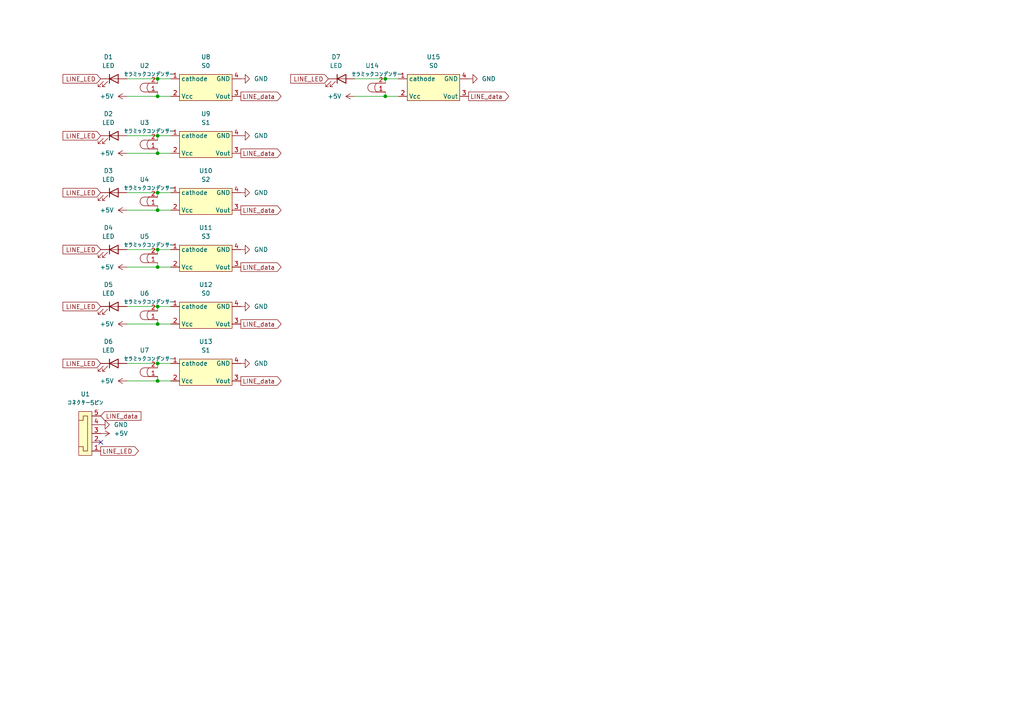
<source format=kicad_sch>
(kicad_sch (version 20211123) (generator eeschema)
  (paper "A4")
  (lib_symbols
    (symbol "Device:LED" (pin_numbers hide) (pin_names (offset 1.016) hide)
      (property "Reference" "D" (at 0 2.54 0))
      (property "Value" "LED" (at 0 -2.54 0))
      (symbol "LED_0_1"
        (polyline (pts (xy -1.27 -1.27) (xy -1.27 1.27)) (stroke (width 0.254)))
        (polyline (pts (xy -1.27 0) (xy 1.27 0)))
        (polyline (pts (xy 1.27 -1.27) (xy 1.27 1.27) (xy -1.27 0) (xy 1.27 -1.27)) (stroke (width 0.254)))
        (polyline (pts (xy -3.048 -0.762) (xy -4.572 -2.286) (xy -3.81 -2.286) (xy -4.572 -2.286) (xy -4.572 -1.524)))
        (polyline (pts (xy -1.778 -0.762) (xy -3.302 -2.286) (xy -2.54 -2.286) (xy -3.302 -2.286) (xy -3.302 -1.524)))
      )
      (symbol "LED_1_1"
        (pin passive line (at -3.81 0 0) (length 2.54) (name "K") (number "1"))
        (pin passive line (at 3.81 0 180) (length 2.54) (name "A") (number "2"))
      )
    )
    (symbol "power:+5V" (power) (pin_names (offset 0))
      (property "Value" "+5V" (at 0 3.556 0))
      (symbol "+5V_0_1"
        (polyline (pts (xy -0.762 1.27) (xy 0 2.54)))
        (polyline (pts (xy 0 0) (xy 0 2.54)))
        (polyline (pts (xy 0 2.54) (xy 0.762 1.27)))
      )
      (symbol "+5V_1_1"
        (pin power_in line (at 0 0 90) (length 0) hide (name "+5V") (number "1"))
      )
    )
    (symbol "power:GND" (power) (pin_names (offset 0))
      (property "Value" "GND" (at 0 -3.81 0))
      (symbol "GND_0_1"
        (polyline (pts (xy 0 0) (xy 0 -1.27) (xy 1.27 -1.27) (xy 0 -2.54) (xy -1.27 -1.27) (xy 0 -1.27)))
      )
      (symbol "GND_1_1"
        (pin power_in line (at 0 0 270) (length 0) hide (name "GND") (number "1"))
      )
    )
    (symbol "自分のシンボルエディター:S4282-51,S7136"
      (property "Reference" "U" (at 0 0 0))
      (property "Value" "S4282-51,S7136" (at 0 2.54 0))
      (symbol "S4282-51,S7136_0_1"
        (rectangle (start -7.62 -1.27) (end 7.62 -8.89) (fill (type background)))
      )
      (symbol "S4282-51,S7136_1_1"
        (pin input line (at -10.16 -2.54 0) (length 2.54) (name "cathode") (number "1"))
        (pin input line (at -10.16 -7.62 0) (length 2.54) (name "Vcc") (number "2"))
        (pin input line (at 10.16 -7.62 180) (length 2.54) (name "Vout") (number "3"))
        (pin input line (at 10.16 -2.54 180) (length 2.54) (name "GND") (number "4"))
      )
    )
    (symbol "自分のシンボルエディター:コネクター5ピン"
      (property "Reference" "U" (at 6.35 0 0))
      (property "Value" "コネクター5ピン" (at 0 0 0))
      (symbol "コネクター5ピン_0_1"
        (rectangle (start -6.35 -1.27) (end 6.35 -5.08) (fill (type background)))
        (polyline (pts (xy -3.81 -2.54) (xy -3.81 -1.27)))
        (polyline (pts (xy -3.81 -2.54) (xy -5.08 -2.54) (xy -5.08 -3.81) (xy 5.08 -3.81) (xy 5.08 -2.54) (xy 3.81 -2.54) (xy 3.81 -1.27)))
      )
      (symbol "コネクター5ピン_1_1"
        (pin input line (at -5.08 -7.62 90) (length 2.54) (name "") (number "1"))
        (pin input line (at -2.54 -7.62 90) (length 2.54) (name "") (number "2"))
        (pin input line (at 0 -7.62 90) (length 2.54) (name "") (number "3"))
        (pin input line (at 2.54 -7.62 90) (length 2.54) (name "") (number "4"))
        (pin input line (at 5.08 -7.62 90) (length 2.54) (name "") (number "5"))
      )
    )
    (symbol "自分のシンボルエディター:セラミックコンデンサー"
      (property "Reference" "U" (at 8.89 0 0))
      (property "Value" "セラミックコンデンサー" (at 0 0 0))
      (symbol "セラミックコンデンサー_0_1"
        (arc (start 0 -1.27) (mid -0.898 -1.642) (end -1.27 -2.54))
        (polyline (pts (xy -1.27 -2.54) (xy -1.27 -3.81)))
        (polyline (pts (xy 1.27 -2.54) (xy 1.27 -3.81)))
        (arc (start 1.27 -3.81) (mid 0 -3.284) (end -1.27 -3.81))
        (arc (start 1.2701 -2.5399) (mid 0.8981 -1.6419) (end 0.0001 -1.2699))
      )
      (symbol "セラミックコンデンサー_1_1"
        (pin input line (at -1.27 -6.35 90) (length 2.54) (name "") (number "1"))
        (pin input line (at 1.27 -6.35 90) (length 2.54) (name "") (number "2"))
      )
    )
  )
  (junction (at 45.72 77.47))
  (junction (at 45.72 22.86))
  (junction (at 111.76 27.94))
  (junction (at 45.72 72.39))
  (junction (at 45.72 105.41))
  (junction (at 45.72 27.94))
  (junction (at 45.72 110.49))
  (junction (at 45.72 88.9))
  (junction (at 45.72 44.45))
  (junction (at 45.72 55.88))
  (junction (at 45.72 93.98))
  (junction (at 45.72 39.37))
  (junction (at 111.76 22.86))
  (junction (at 45.72 60.96))
  (no_connect (at 29.21 128.27))
  (wire (pts (xy 45.72 105.41) (xy 45.72 106.68)))
  (wire (pts (xy 49.53 55.88) (xy 45.72 55.88)))
  (wire (pts (xy 45.72 92.71) (xy 45.72 93.98)))
  (wire (pts (xy 49.53 27.94) (xy 45.72 27.94)))
  (wire (pts (xy 111.76 27.94) (xy 102.87 27.94)))
  (wire (pts (xy 45.72 22.86) (xy 45.72 24.13)))
  (wire (pts (xy 45.72 72.39) (xy 45.72 73.66)))
  (wire (pts (xy 49.53 105.41) (xy 45.72 105.41)))
  (wire (pts (xy 111.76 22.86) (xy 111.76 24.13)))
  (wire (pts (xy 111.76 26.67) (xy 111.76 27.94)))
  (wire (pts (xy 45.72 27.94) (xy 36.83 27.94)))
  (wire (pts (xy 49.53 39.37) (xy 45.72 39.37)))
  (wire (pts (xy 49.53 88.9) (xy 45.72 88.9)))
  (wire (pts (xy 45.72 43.18) (xy 45.72 44.45)))
  (wire (pts (xy 49.53 110.49) (xy 45.72 110.49)))
  (wire (pts (xy 45.72 72.39) (xy 36.83 72.39)))
  (wire (pts (xy 49.53 93.98) (xy 45.72 93.98)))
  (wire (pts (xy 45.72 77.47) (xy 36.83 77.47)))
  (wire (pts (xy 49.53 72.39) (xy 45.72 72.39)))
  (wire (pts (xy 45.72 93.98) (xy 36.83 93.98)))
  (wire (pts (xy 115.57 27.94) (xy 111.76 27.94)))
  (wire (pts (xy 49.53 77.47) (xy 45.72 77.47)))
  (wire (pts (xy 45.72 88.9) (xy 36.83 88.9)))
  (wire (pts (xy 45.72 60.96) (xy 36.83 60.96)))
  (wire (pts (xy 49.53 60.96) (xy 45.72 60.96)))
  (wire (pts (xy 45.72 110.49) (xy 36.83 110.49)))
  (wire (pts (xy 115.57 22.86) (xy 111.76 22.86)))
  (wire (pts (xy 45.72 22.86) (xy 36.83 22.86)))
  (wire (pts (xy 45.72 55.88) (xy 45.72 57.15)))
  (wire (pts (xy 45.72 88.9) (xy 45.72 90.17)))
  (wire (pts (xy 49.53 22.86) (xy 45.72 22.86)))
  (wire (pts (xy 45.72 76.2) (xy 45.72 77.47)))
  (wire (pts (xy 45.72 39.37) (xy 36.83 39.37)))
  (wire (pts (xy 45.72 39.37) (xy 45.72 40.64)))
  (wire (pts (xy 45.72 109.22) (xy 45.72 110.49)))
  (wire (pts (xy 45.72 26.67) (xy 45.72 27.94)))
  (wire (pts (xy 111.76 22.86) (xy 102.87 22.86)))
  (wire (pts (xy 45.72 105.41) (xy 36.83 105.41)))
  (wire (pts (xy 45.72 59.69) (xy 45.72 60.96)))
  (wire (pts (xy 49.53 44.45) (xy 45.72 44.45)))
  (wire (pts (xy 45.72 55.88) (xy 36.83 55.88)))
  (wire (pts (xy 45.72 44.45) (xy 36.83 44.45)))
  (global_label "LINE_data" (shape output) (at 69.85 60.96 0) (property "Intersheet References" "${INTERSHEET_REFS}" (effects hide)))
  (global_label "LINE_data" (shape output) (at 69.85 93.98 0) (property "Intersheet References" "${INTERSHEET_REFS}" (effects hide)))
  (global_label "LINE_LED" (shape input) (at 29.21 88.9 180) (property "Intersheet References" "${INTERSHEET_REFS}" (effects hide)))
  (global_label "LINE_data" (shape input) (at 29.21 120.65 0) (property "Intersheet References" "${INTERSHEET_REFS}" (effects hide)))
  (global_label "LINE_data" (shape output) (at 69.85 44.45 0) (property "Intersheet References" "${INTERSHEET_REFS}" (effects hide)))
  (global_label "LINE_data" (shape output) (at 135.89 27.94 0) (property "Intersheet References" "${INTERSHEET_REFS}" (effects hide)))
  (global_label "LINE_data" (shape output) (at 69.85 27.94 0) (property "Intersheet References" "${INTERSHEET_REFS}" (effects hide)))
  (global_label "LINE_LED" (shape input) (at 29.21 55.88 180) (property "Intersheet References" "${INTERSHEET_REFS}" (effects hide)))
  (global_label "LINE_LED" (shape input) (at 95.25 22.86 180) (property "Intersheet References" "${INTERSHEET_REFS}" (effects hide)))
  (global_label "LINE_LED" (shape output) (at 29.21 130.81 0) (property "Intersheet References" "${INTERSHEET_REFS}" (effects hide)))
  (global_label "LINE_LED" (shape input) (at 29.21 105.41 180) (property "Intersheet References" "${INTERSHEET_REFS}" (effects hide)))
  (global_label "LINE_data" (shape output) (at 69.85 77.47 0) (property "Intersheet References" "${INTERSHEET_REFS}" (effects hide)))
  (global_label "LINE_LED" (shape input) (at 29.21 22.86 180) (property "Intersheet References" "${INTERSHEET_REFS}" (effects hide)))
  (global_label "LINE_LED" (shape input) (at 29.21 72.39 180) (property "Intersheet References" "${INTERSHEET_REFS}" (effects hide)))
  (global_label "LINE_LED" (shape input) (at 29.21 39.37 180) (property "Intersheet References" "${INTERSHEET_REFS}" (effects hide)))
  (global_label "LINE_data" (shape output) (at 69.85 110.49 0) (property "Intersheet References" "${INTERSHEET_REFS}" (effects hide)))
  (symbol (lib_id "power:GND") (at 69.85 39.37 90) (unit 1)
    (property "Reference" "#PWR0111" (effects hide))
    (property "Value" "GND" (at 73.66 39.3699 90) (effects (justify right)))
  )
  (symbol (lib_id "power:GND") (at 69.85 88.9 90) (unit 1)
    (property "Reference" "#PWR0113" (effects hide))
    (property "Value" "GND" (at 73.66 88.8999 90) (effects (justify right)))
  )
  (symbol (lib_id "Device:LED") (at 33.02 88.9 0) (unit 1)
    (property "Reference" "D5" (at 31.4325 82.55 0))
    (property "Value" "LED" (at 31.4325 85.09 0))
    (property "Footprint" "自分のフットプリント:LED" (effects hide))
  )
  (symbol (lib_id "自分のシンボルエディター:セラミックコンデンサー") (at 39.37 25.4 90) (unit 1)
    (property "Reference" "U2" (at 41.9099 19.05 90))
    (property "Value" "セラミックコンデンサー" (at 43.18 21.59 90))
    (property "Footprint" "自分のフットプリント:セラミックコンデンサー" (effects hide))
  )
  (symbol (lib_id "自分のシンボルエディター:セラミックコンデンサー") (at 39.37 41.91 90) (unit 1)
    (property "Reference" "U3" (at 41.9099 35.56 90))
    (property "Value" "セラミックコンデンサー" (at 43.18 38.1 90))
    (property "Footprint" "自分のフットプリント:セラミックコンデンサー" (effects hide))
  )
  (symbol (lib_id "自分のシンボルエディター:コネクター5ピン") (at 21.59 125.73 90) (unit 1)
    (property "Reference" "U1" (at 24.765 114.3 90))
    (property "Value" "コネクター5ピン" (at 24.765 116.84 90))
    (property "Footprint" "自分のフットプリント:L字コネクター5ピン" (effects hide))
  )
  (symbol (lib_id "power:+5V") (at 36.83 27.94 90) (unit 1)
    (property "Reference" "#PWR0106" (effects hide))
    (property "Value" "+5V" (at 33.02 27.9399 90) (effects (justify left)))
  )
  (symbol (lib_id "power:+5V") (at 36.83 77.47 90) (unit 1)
    (property "Reference" "#PWR0105" (effects hide))
    (property "Value" "+5V" (at 33.02 77.4699 90) (effects (justify left)))
  )
  (symbol (lib_id "自分のシンボルエディター:S4282-51,S7136") (at 59.69 36.83 0) (unit 1)
    (property "Reference" "U9" (at 59.69 33.02 0))
    (property "Value" "S1" (at 59.69 35.56 0))
    (property "Footprint" "自分のフットプリント:S4282-51,S7136" (effects hide))
  )
  (symbol (lib_id "自分のシンボルエディター:S4282-51,S7136") (at 59.69 69.85 0) (unit 1)
    (property "Reference" "U11" (at 59.69 66.04 0))
    (property "Value" "S3" (at 59.69 68.58 0))
    (property "Footprint" "自分のフットプリント:S4282-51,S7136" (effects hide))
  )
  (symbol (lib_id "power:+5V") (at 36.83 93.98 90) (unit 1)
    (property "Reference" "#PWR0104" (effects hide))
    (property "Value" "+5V" (at 33.02 93.9799 90) (effects (justify left)))
  )
  (symbol (lib_id "Device:LED") (at 33.02 55.88 0) (unit 1)
    (property "Reference" "D3" (at 31.4325 49.53 0))
    (property "Value" "LED" (at 31.4325 52.07 0))
    (property "Footprint" "自分のフットプリント:LED" (effects hide))
  )
  (symbol (lib_id "自分のシンボルエディター:セラミックコンデンサー") (at 39.37 107.95 90) (unit 1)
    (property "Reference" "U7" (at 41.9099 101.6 90))
    (property "Value" "セラミックコンデンサー" (at 43.18 104.14 90))
    (property "Footprint" "自分のフットプリント:セラミックコンデンサー" (effects hide))
  )
  (symbol (lib_id "自分のシンボルエディター:S4282-51,S7136") (at 59.69 53.34 0) (unit 1)
    (property "Reference" "U10" (at 59.69 49.53 0))
    (property "Value" "S2" (at 59.69 52.07 0))
    (property "Footprint" "自分のフットプリント:S4282-51,S7136" (effects hide))
  )
  (symbol (lib_id "自分のシンボルエディター:セラミックコンデンサー") (at 39.37 58.42 90) (unit 1)
    (property "Reference" "U4" (at 41.9099 52.07 90))
    (property "Value" "セラミックコンデンサー" (at 43.18 54.61 90))
    (property "Footprint" "自分のフットプリント:セラミックコンデンサー" (effects hide))
  )
  (symbol (lib_id "Device:LED") (at 33.02 39.37 0) (unit 1)
    (property "Reference" "D2" (at 31.4325 33.02 0))
    (property "Value" "LED" (at 31.4325 35.56 0))
    (property "Footprint" "自分のフットプリント:LED" (effects hide))
  )
  (symbol (lib_id "Device:LED") (at 99.06 22.86 0) (unit 1)
    (property "Reference" "D7" (at 97.4725 16.51 0))
    (property "Value" "LED" (at 97.4725 19.05 0))
    (property "Footprint" "自分のフットプリント:LED" (effects hide))
  )
  (symbol (lib_id "Device:LED") (at 33.02 105.41 0) (unit 1)
    (property "Reference" "D6" (at 31.4325 99.06 0))
    (property "Value" "LED" (at 31.4325 101.6 0))
    (property "Footprint" "自分のフットプリント:LED" (effects hide))
  )
  (symbol (lib_id "power:+5V") (at 102.87 27.94 90) (unit 1)
    (property "Reference" "#PWR0108" (effects hide))
    (property "Value" "+5V" (at 99.06 27.9399 90) (effects (justify left)))
  )
  (symbol (lib_id "power:GND") (at 135.89 22.86 90) (unit 1)
    (property "Reference" "#PWR0110" (effects hide))
    (property "Value" "GND" (at 139.7 22.8599 90) (effects (justify right)))
  )
  (symbol (lib_id "自分のシンボルエディター:セラミックコンデンサー") (at 39.37 91.44 90) (unit 1)
    (property "Reference" "U6" (at 41.9099 85.09 90))
    (property "Value" "セラミックコンデンサー" (at 43.18 87.63 90))
    (property "Footprint" "自分のフットプリント:セラミックコンデンサー" (effects hide))
  )
  (symbol (lib_id "power:GND") (at 69.85 55.88 90) (unit 1)
    (property "Reference" "#PWR0109" (effects hide))
    (property "Value" "GND" (at 73.66 55.8799 90) (effects (justify right)))
  )
  (symbol (lib_id "自分のシンボルエディター:S4282-51,S7136") (at 59.69 20.32 0) (unit 1)
    (property "Reference" "U8" (at 59.69 16.51 0))
    (property "Value" "S0" (at 59.69 19.05 0))
    (property "Footprint" "自分のフットプリント:S4282-51,S7136" (effects hide))
  )
  (symbol (lib_id "自分のシンボルエディター:セラミックコンデンサー") (at 105.41 25.4 90) (unit 1)
    (property "Reference" "U14" (at 107.9499 19.05 90))
    (property "Value" "セラミックコンデンサー" (at 109.22 21.59 90))
    (property "Footprint" "自分のフットプリント:セラミックコンデンサー" (effects hide))
  )
  (symbol (lib_id "自分のシンボルエディター:セラミックコンデンサー") (at 39.37 74.93 90) (unit 1)
    (property "Reference" "U5" (at 41.9099 68.58 90))
    (property "Value" "セラミックコンデンサー" (at 43.18 71.12 90))
    (property "Footprint" "自分のフットプリント:セラミックコンデンサー" (effects hide))
  )
  (symbol (lib_id "power:+5V") (at 29.21 125.73 270) (unit 1)
    (property "Reference" "#PWR0103" (effects hide))
    (property "Value" "+5V" (at 33.02 125.7299 90) (effects (justify left)))
  )
  (symbol (lib_id "自分のシンボルエディター:S4282-51,S7136") (at 59.69 86.36 0) (unit 1)
    (property "Reference" "U12" (at 59.69 82.55 0))
    (property "Value" "S0" (at 59.69 85.09 0))
    (property "Footprint" "自分のフットプリント:S4282-51,S7136" (effects hide))
  )
  (symbol (lib_id "Device:LED") (at 33.02 72.39 0) (unit 1)
    (property "Reference" "D4" (at 31.4325 66.04 0))
    (property "Value" "LED" (at 31.4325 68.58 0))
    (property "Footprint" "自分のフットプリント:LED" (effects hide))
  )
  (symbol (lib_id "power:+5V") (at 36.83 60.96 90) (unit 1)
    (property "Reference" "#PWR0116" (effects hide))
    (property "Value" "+5V" (at 33.02 60.9599 90) (effects (justify left)))
  )
  (symbol (lib_id "power:GND") (at 29.21 123.19 90) (unit 1)
    (property "Reference" "#PWR0102" (effects hide))
    (property "Value" "GND" (at 33.02 123.1899 90) (effects (justify right)))
  )
  (symbol (lib_id "自分のシンボルエディター:S4282-51,S7136") (at 59.69 102.87 0) (unit 1)
    (property "Reference" "U13" (at 59.69 99.06 0))
    (property "Value" "S1" (at 59.69 101.6 0))
    (property "Footprint" "自分のフットプリント:S4282-51,S7136" (effects hide))
  )
  (symbol (lib_id "power:GND") (at 69.85 72.39 90) (unit 1)
    (property "Reference" "#PWR0114" (effects hide))
    (property "Value" "GND" (at 73.66 72.3899 90) (effects (justify right)))
  )
  (symbol (lib_id "power:GND") (at 69.85 22.86 90) (unit 1)
    (property "Reference" "#PWR0112" (effects hide))
    (property "Value" "GND" (at 73.66 22.8599 90) (effects (justify right)))
  )
  (symbol (lib_id "power:GND") (at 69.85 105.41 90) (unit 1)
    (property "Reference" "#PWR0115" (effects hide))
    (property "Value" "GND" (at 73.66 105.4099 90) (effects (justify right)))
  )
  (symbol (lib_id "power:+5V") (at 36.83 110.49 90) (unit 1)
    (property "Reference" "#PWR0101" (effects hide))
    (property "Value" "+5V" (at 33.02 110.4899 90) (effects (justify left)))
  )
  (symbol (lib_id "Device:LED") (at 33.02 22.86 0) (unit 1)
    (property "Reference" "D1" (at 31.4325 16.51 0))
    (property "Value" "LED" (at 31.4325 19.05 0))
    (property "Footprint" "自分のフットプリント:LED" (effects hide))
  )
  (symbol (lib_id "power:+5V") (at 36.83 44.45 90) (unit 1)
    (property "Reference" "#PWR0107" (effects hide))
    (property "Value" "+5V" (at 33.02 44.4499 90) (effects (justify left)))
  )
  (symbol (lib_id "自分のシンボルエディター:S4282-51,S7136") (at 125.73 20.32 0) (unit 1)
    (property "Reference" "U15" (at 125.73 16.51 0))
    (property "Value" "S0" (at 125.73 19.05 0))
    (property "Footprint" "自分のフットプリント:S4282-51,S7136" (effects hide))
  )
)
</source>
